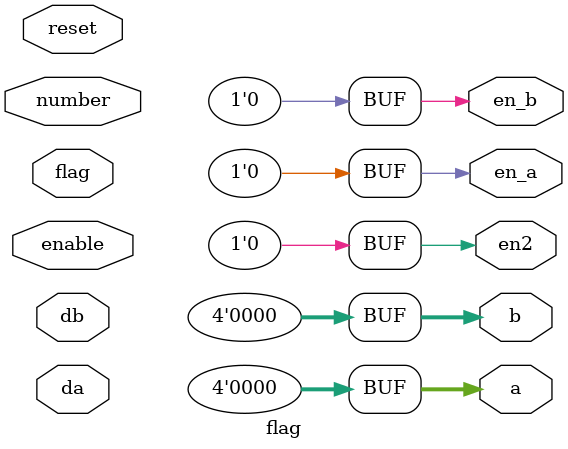
<source format=v>
module flag (
  output reg [3:0] a,
  output reg [3:0] b,
  output reg en_a,
  output reg en_b,
  output reg en2,
  input flag,
  input enable,
  input [3:0] number,
  input reset,
  input [6:0] da,
  input [6:0] db
);
  always @ (reset)
    begin
      en_a <= 1'b1;
      en_b <= 1'b1;
      a <= 4'b0000;
      b <= 4'b0000;
      en2 <= 1'b0;
      #10
      en_a <= 1'b0;
      en_b <= 1'b0;

    end

  always @ (number, enable)
    begin
      case (flag)
        1'b0:
          begin
            if ((da == 7'b1111110) || (da == 7'b0000000)) begin
              if (number == 4'b1111) begin
                a <= 4'b0000;
              end else begin
                a <= number;
              end
              en_a <= enable;
            end
          end
        1'b1:
          begin
            if ((db == 7'b1111110) || (db == 7'b0000000)) begin
              en2 <= 1'b1;
              if (number == 4'b1111) begin
                b <= 4'b0000;
              end else begin
                b <= number;
              end
              en_b <= enable;
            end
          end
        default:
          begin
            en_a <= 1'b0;
            en_b <= 1'b0;

          end
      endcase
    end
endmodule
</source>
